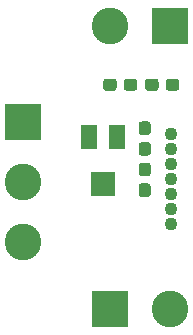
<source format=gbr>
%TF.GenerationSoftware,KiCad,Pcbnew,(5.1.6)-1*%
%TF.CreationDate,2021-01-22T14:39:17+01:00*%
%TF.ProjectId,LambdaBuffer,4c616d62-6461-4427-9566-6665722e6b69,rev?*%
%TF.SameCoordinates,Original*%
%TF.FileFunction,Soldermask,Top*%
%TF.FilePolarity,Negative*%
%FSLAX46Y46*%
G04 Gerber Fmt 4.6, Leading zero omitted, Abs format (unit mm)*
G04 Created by KiCad (PCBNEW (5.1.6)-1) date 2021-01-22 14:39:17*
%MOMM*%
%LPD*%
G01*
G04 APERTURE LIST*
%ADD10C,1.100000*%
%ADD11R,1.400000X2.100000*%
%ADD12R,2.100000X2.100000*%
%ADD13C,3.100000*%
%ADD14R,3.100000X3.100000*%
G04 APERTURE END LIST*
D10*
%TO.C,U1*%
X121539000Y-101600000D03*
X121539000Y-100330000D03*
X121539000Y-99060000D03*
X121539000Y-93980000D03*
X121539000Y-95250000D03*
X121539000Y-96520000D03*
X121539000Y-97790000D03*
%TD*%
D11*
%TO.C,R3*%
X114590800Y-94259400D03*
D12*
X115740800Y-98259400D03*
D11*
X116890800Y-94259400D03*
%TD*%
%TO.C,R5*%
G36*
G01*
X119540900Y-94075000D02*
X119015900Y-94075000D01*
G75*
G02*
X118753400Y-93812500I0J262500D01*
G01*
X118753400Y-93187500D01*
G75*
G02*
X119015900Y-92925000I262500J0D01*
G01*
X119540900Y-92925000D01*
G75*
G02*
X119803400Y-93187500I0J-262500D01*
G01*
X119803400Y-93812500D01*
G75*
G02*
X119540900Y-94075000I-262500J0D01*
G01*
G37*
G36*
G01*
X119540900Y-95825000D02*
X119015900Y-95825000D01*
G75*
G02*
X118753400Y-95562500I0J262500D01*
G01*
X118753400Y-94937500D01*
G75*
G02*
X119015900Y-94675000I262500J0D01*
G01*
X119540900Y-94675000D01*
G75*
G02*
X119803400Y-94937500I0J-262500D01*
G01*
X119803400Y-95562500D01*
G75*
G02*
X119540900Y-95825000I-262500J0D01*
G01*
G37*
%TD*%
%TO.C,R4*%
G36*
G01*
X119015900Y-98166200D02*
X119540900Y-98166200D01*
G75*
G02*
X119803400Y-98428700I0J-262500D01*
G01*
X119803400Y-99053700D01*
G75*
G02*
X119540900Y-99316200I-262500J0D01*
G01*
X119015900Y-99316200D01*
G75*
G02*
X118753400Y-99053700I0J262500D01*
G01*
X118753400Y-98428700D01*
G75*
G02*
X119015900Y-98166200I262500J0D01*
G01*
G37*
G36*
G01*
X119015900Y-96416200D02*
X119540900Y-96416200D01*
G75*
G02*
X119803400Y-96678700I0J-262500D01*
G01*
X119803400Y-97303700D01*
G75*
G02*
X119540900Y-97566200I-262500J0D01*
G01*
X119015900Y-97566200D01*
G75*
G02*
X118753400Y-97303700I0J262500D01*
G01*
X118753400Y-96678700D01*
G75*
G02*
X119015900Y-96416200I262500J0D01*
G01*
G37*
%TD*%
%TO.C,R2*%
G36*
G01*
X120451600Y-89551900D02*
X120451600Y-90076900D01*
G75*
G02*
X120189100Y-90339400I-262500J0D01*
G01*
X119564100Y-90339400D01*
G75*
G02*
X119301600Y-90076900I0J262500D01*
G01*
X119301600Y-89551900D01*
G75*
G02*
X119564100Y-89289400I262500J0D01*
G01*
X120189100Y-89289400D01*
G75*
G02*
X120451600Y-89551900I0J-262500D01*
G01*
G37*
G36*
G01*
X122201600Y-89551900D02*
X122201600Y-90076900D01*
G75*
G02*
X121939100Y-90339400I-262500J0D01*
G01*
X121314100Y-90339400D01*
G75*
G02*
X121051600Y-90076900I0J262500D01*
G01*
X121051600Y-89551900D01*
G75*
G02*
X121314100Y-89289400I262500J0D01*
G01*
X121939100Y-89289400D01*
G75*
G02*
X122201600Y-89551900I0J-262500D01*
G01*
G37*
%TD*%
%TO.C,R1*%
G36*
G01*
X116907000Y-89551900D02*
X116907000Y-90076900D01*
G75*
G02*
X116644500Y-90339400I-262500J0D01*
G01*
X116019500Y-90339400D01*
G75*
G02*
X115757000Y-90076900I0J262500D01*
G01*
X115757000Y-89551900D01*
G75*
G02*
X116019500Y-89289400I262500J0D01*
G01*
X116644500Y-89289400D01*
G75*
G02*
X116907000Y-89551900I0J-262500D01*
G01*
G37*
G36*
G01*
X118657000Y-89551900D02*
X118657000Y-90076900D01*
G75*
G02*
X118394500Y-90339400I-262500J0D01*
G01*
X117769500Y-90339400D01*
G75*
G02*
X117507000Y-90076900I0J262500D01*
G01*
X117507000Y-89551900D01*
G75*
G02*
X117769500Y-89289400I262500J0D01*
G01*
X118394500Y-89289400D01*
G75*
G02*
X118657000Y-89551900I0J-262500D01*
G01*
G37*
%TD*%
D13*
%TO.C,J3*%
X121412000Y-108775500D03*
D14*
X116332000Y-108775500D03*
%TD*%
D13*
%TO.C,J2*%
X108966000Y-103124000D03*
X108966000Y-98044000D03*
D14*
X108966000Y-92964000D03*
%TD*%
D13*
%TO.C,J1*%
X116332000Y-84836000D03*
D14*
X121412000Y-84836000D03*
%TD*%
M02*

</source>
